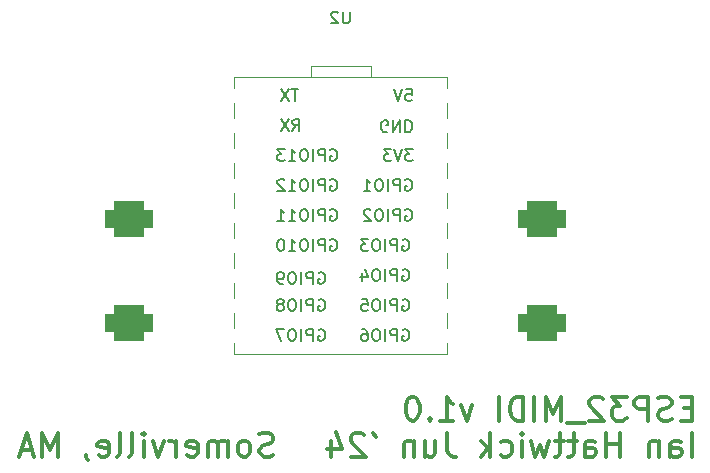
<source format=gbo>
G04 #@! TF.GenerationSoftware,KiCad,Pcbnew,7.0.5-0*
G04 #@! TF.CreationDate,2024-06-20T00:37:07-04:00*
G04 #@! TF.ProjectId,ESP32_MIDI,45535033-325f-44d4-9944-492e6b696361,rev?*
G04 #@! TF.SameCoordinates,Original*
G04 #@! TF.FileFunction,Legend,Bot*
G04 #@! TF.FilePolarity,Positive*
%FSLAX46Y46*%
G04 Gerber Fmt 4.6, Leading zero omitted, Abs format (unit mm)*
G04 Created by KiCad (PCBNEW 7.0.5-0) date 2024-06-20 00:37:07*
%MOMM*%
%LPD*%
G01*
G04 APERTURE LIST*
G04 Aperture macros list*
%AMRoundRect*
0 Rectangle with rounded corners*
0 $1 Rounding radius*
0 $2 $3 $4 $5 $6 $7 $8 $9 X,Y pos of 4 corners*
0 Add a 4 corners polygon primitive as box body*
4,1,4,$2,$3,$4,$5,$6,$7,$8,$9,$2,$3,0*
0 Add four circle primitives for the rounded corners*
1,1,$1+$1,$2,$3*
1,1,$1+$1,$4,$5*
1,1,$1+$1,$6,$7*
1,1,$1+$1,$8,$9*
0 Add four rect primitives between the rounded corners*
20,1,$1+$1,$2,$3,$4,$5,0*
20,1,$1+$1,$4,$5,$6,$7,0*
20,1,$1+$1,$6,$7,$8,$9,0*
20,1,$1+$1,$8,$9,$2,$3,0*%
%AMFreePoly0*
4,1,25,0.515063,3.095106,0.530902,3.095106,0.543715,3.085796,0.558779,3.080902,0.568088,3.068088,0.580902,3.058779,0.585796,3.043715,0.595106,3.030902,0.595106,3.015062,0.600000,3.000000,0.600000,-1.000000,-0.600000,-1.000000,-0.600000,3.000000,-0.595106,3.015062,-0.595106,3.030902,-0.585796,3.043715,-0.580902,3.058779,-0.568088,3.068088,-0.558779,3.080902,-0.543715,3.085796,
-0.530902,3.095106,-0.515063,3.095106,-0.500000,3.100000,0.500000,3.100000,0.515063,3.095106,0.515063,3.095106,$1*%
G04 Aperture macros list end*
%ADD10C,0.300000*%
%ADD11C,0.150000*%
%ADD12C,0.120000*%
%ADD13C,3.200000*%
%ADD14R,1.700000X1.700000*%
%ADD15O,1.700000X1.700000*%
%ADD16C,1.400000*%
%ADD17O,1.400000X1.400000*%
%ADD18R,1.800000X1.800000*%
%ADD19C,1.800000*%
%ADD20FreePoly0,270.000000*%
%ADD21FreePoly0,90.000000*%
%ADD22RoundRect,0.750000X1.250000X0.750000X-1.250000X0.750000X-1.250000X-0.750000X1.250000X-0.750000X0*%
%ADD23RoundRect,0.750000X-1.250000X-0.750000X1.250000X-0.750000X1.250000X0.750000X-1.250000X0.750000X0*%
G04 APERTURE END LIST*
D10*
X145217679Y-62128400D02*
X144931965Y-62223638D01*
X144931965Y-62223638D02*
X144455774Y-62223638D01*
X144455774Y-62223638D02*
X144265298Y-62128400D01*
X144265298Y-62128400D02*
X144170060Y-62033161D01*
X144170060Y-62033161D02*
X144074822Y-61842685D01*
X144074822Y-61842685D02*
X144074822Y-61652209D01*
X144074822Y-61652209D02*
X144170060Y-61461733D01*
X144170060Y-61461733D02*
X144265298Y-61366495D01*
X144265298Y-61366495D02*
X144455774Y-61271257D01*
X144455774Y-61271257D02*
X144836727Y-61176019D01*
X144836727Y-61176019D02*
X145027203Y-61080780D01*
X145027203Y-61080780D02*
X145122441Y-60985542D01*
X145122441Y-60985542D02*
X145217679Y-60795066D01*
X145217679Y-60795066D02*
X145217679Y-60604590D01*
X145217679Y-60604590D02*
X145122441Y-60414114D01*
X145122441Y-60414114D02*
X145027203Y-60318876D01*
X145027203Y-60318876D02*
X144836727Y-60223638D01*
X144836727Y-60223638D02*
X144360536Y-60223638D01*
X144360536Y-60223638D02*
X144074822Y-60318876D01*
X142931965Y-62223638D02*
X143122441Y-62128400D01*
X143122441Y-62128400D02*
X143217679Y-62033161D01*
X143217679Y-62033161D02*
X143312917Y-61842685D01*
X143312917Y-61842685D02*
X143312917Y-61271257D01*
X143312917Y-61271257D02*
X143217679Y-61080780D01*
X143217679Y-61080780D02*
X143122441Y-60985542D01*
X143122441Y-60985542D02*
X142931965Y-60890304D01*
X142931965Y-60890304D02*
X142646250Y-60890304D01*
X142646250Y-60890304D02*
X142455774Y-60985542D01*
X142455774Y-60985542D02*
X142360536Y-61080780D01*
X142360536Y-61080780D02*
X142265298Y-61271257D01*
X142265298Y-61271257D02*
X142265298Y-61842685D01*
X142265298Y-61842685D02*
X142360536Y-62033161D01*
X142360536Y-62033161D02*
X142455774Y-62128400D01*
X142455774Y-62128400D02*
X142646250Y-62223638D01*
X142646250Y-62223638D02*
X142931965Y-62223638D01*
X141408155Y-62223638D02*
X141408155Y-60890304D01*
X141408155Y-61080780D02*
X141312917Y-60985542D01*
X141312917Y-60985542D02*
X141122441Y-60890304D01*
X141122441Y-60890304D02*
X140836726Y-60890304D01*
X140836726Y-60890304D02*
X140646250Y-60985542D01*
X140646250Y-60985542D02*
X140551012Y-61176019D01*
X140551012Y-61176019D02*
X140551012Y-62223638D01*
X140551012Y-61176019D02*
X140455774Y-60985542D01*
X140455774Y-60985542D02*
X140265298Y-60890304D01*
X140265298Y-60890304D02*
X139979584Y-60890304D01*
X139979584Y-60890304D02*
X139789107Y-60985542D01*
X139789107Y-60985542D02*
X139693869Y-61176019D01*
X139693869Y-61176019D02*
X139693869Y-62223638D01*
X137979583Y-62128400D02*
X138170059Y-62223638D01*
X138170059Y-62223638D02*
X138551012Y-62223638D01*
X138551012Y-62223638D02*
X138741488Y-62128400D01*
X138741488Y-62128400D02*
X138836726Y-61937923D01*
X138836726Y-61937923D02*
X138836726Y-61176019D01*
X138836726Y-61176019D02*
X138741488Y-60985542D01*
X138741488Y-60985542D02*
X138551012Y-60890304D01*
X138551012Y-60890304D02*
X138170059Y-60890304D01*
X138170059Y-60890304D02*
X137979583Y-60985542D01*
X137979583Y-60985542D02*
X137884345Y-61176019D01*
X137884345Y-61176019D02*
X137884345Y-61366495D01*
X137884345Y-61366495D02*
X138836726Y-61556971D01*
X137027202Y-62223638D02*
X137027202Y-60890304D01*
X137027202Y-61271257D02*
X136931964Y-61080780D01*
X136931964Y-61080780D02*
X136836726Y-60985542D01*
X136836726Y-60985542D02*
X136646250Y-60890304D01*
X136646250Y-60890304D02*
X136455773Y-60890304D01*
X135979583Y-60890304D02*
X135503393Y-62223638D01*
X135503393Y-62223638D02*
X135027202Y-60890304D01*
X134265297Y-62223638D02*
X134265297Y-60890304D01*
X134265297Y-60223638D02*
X134360535Y-60318876D01*
X134360535Y-60318876D02*
X134265297Y-60414114D01*
X134265297Y-60414114D02*
X134170059Y-60318876D01*
X134170059Y-60318876D02*
X134265297Y-60223638D01*
X134265297Y-60223638D02*
X134265297Y-60414114D01*
X133027202Y-62223638D02*
X133217678Y-62128400D01*
X133217678Y-62128400D02*
X133312916Y-61937923D01*
X133312916Y-61937923D02*
X133312916Y-60223638D01*
X131979583Y-62223638D02*
X132170059Y-62128400D01*
X132170059Y-62128400D02*
X132265297Y-61937923D01*
X132265297Y-61937923D02*
X132265297Y-60223638D01*
X130455773Y-62128400D02*
X130646249Y-62223638D01*
X130646249Y-62223638D02*
X131027202Y-62223638D01*
X131027202Y-62223638D02*
X131217678Y-62128400D01*
X131217678Y-62128400D02*
X131312916Y-61937923D01*
X131312916Y-61937923D02*
X131312916Y-61176019D01*
X131312916Y-61176019D02*
X131217678Y-60985542D01*
X131217678Y-60985542D02*
X131027202Y-60890304D01*
X131027202Y-60890304D02*
X130646249Y-60890304D01*
X130646249Y-60890304D02*
X130455773Y-60985542D01*
X130455773Y-60985542D02*
X130360535Y-61176019D01*
X130360535Y-61176019D02*
X130360535Y-61366495D01*
X130360535Y-61366495D02*
X131312916Y-61556971D01*
X129408154Y-62128400D02*
X129408154Y-62223638D01*
X129408154Y-62223638D02*
X129503392Y-62414114D01*
X129503392Y-62414114D02*
X129598630Y-62509352D01*
X127027201Y-62223638D02*
X127027201Y-60223638D01*
X127027201Y-60223638D02*
X126360534Y-61652209D01*
X126360534Y-61652209D02*
X125693868Y-60223638D01*
X125693868Y-60223638D02*
X125693868Y-62223638D01*
X124836725Y-61652209D02*
X123884344Y-61652209D01*
X125027201Y-62223638D02*
X124360535Y-60223638D01*
X124360535Y-60223638D02*
X123693868Y-62223638D01*
X180682441Y-62223638D02*
X180682441Y-60223638D01*
X178872917Y-62223638D02*
X178872917Y-61176019D01*
X178872917Y-61176019D02*
X178968155Y-60985542D01*
X178968155Y-60985542D02*
X179158631Y-60890304D01*
X179158631Y-60890304D02*
X179539584Y-60890304D01*
X179539584Y-60890304D02*
X179730060Y-60985542D01*
X178872917Y-62128400D02*
X179063393Y-62223638D01*
X179063393Y-62223638D02*
X179539584Y-62223638D01*
X179539584Y-62223638D02*
X179730060Y-62128400D01*
X179730060Y-62128400D02*
X179825298Y-61937923D01*
X179825298Y-61937923D02*
X179825298Y-61747447D01*
X179825298Y-61747447D02*
X179730060Y-61556971D01*
X179730060Y-61556971D02*
X179539584Y-61461733D01*
X179539584Y-61461733D02*
X179063393Y-61461733D01*
X179063393Y-61461733D02*
X178872917Y-61366495D01*
X177920536Y-60890304D02*
X177920536Y-62223638D01*
X177920536Y-61080780D02*
X177825298Y-60985542D01*
X177825298Y-60985542D02*
X177634822Y-60890304D01*
X177634822Y-60890304D02*
X177349107Y-60890304D01*
X177349107Y-60890304D02*
X177158631Y-60985542D01*
X177158631Y-60985542D02*
X177063393Y-61176019D01*
X177063393Y-61176019D02*
X177063393Y-62223638D01*
X174587202Y-62223638D02*
X174587202Y-60223638D01*
X174587202Y-61176019D02*
X173444345Y-61176019D01*
X173444345Y-62223638D02*
X173444345Y-60223638D01*
X171634821Y-62223638D02*
X171634821Y-61176019D01*
X171634821Y-61176019D02*
X171730059Y-60985542D01*
X171730059Y-60985542D02*
X171920535Y-60890304D01*
X171920535Y-60890304D02*
X172301488Y-60890304D01*
X172301488Y-60890304D02*
X172491964Y-60985542D01*
X171634821Y-62128400D02*
X171825297Y-62223638D01*
X171825297Y-62223638D02*
X172301488Y-62223638D01*
X172301488Y-62223638D02*
X172491964Y-62128400D01*
X172491964Y-62128400D02*
X172587202Y-61937923D01*
X172587202Y-61937923D02*
X172587202Y-61747447D01*
X172587202Y-61747447D02*
X172491964Y-61556971D01*
X172491964Y-61556971D02*
X172301488Y-61461733D01*
X172301488Y-61461733D02*
X171825297Y-61461733D01*
X171825297Y-61461733D02*
X171634821Y-61366495D01*
X170968154Y-60890304D02*
X170206250Y-60890304D01*
X170682440Y-60223638D02*
X170682440Y-61937923D01*
X170682440Y-61937923D02*
X170587202Y-62128400D01*
X170587202Y-62128400D02*
X170396726Y-62223638D01*
X170396726Y-62223638D02*
X170206250Y-62223638D01*
X169825297Y-60890304D02*
X169063393Y-60890304D01*
X169539583Y-60223638D02*
X169539583Y-61937923D01*
X169539583Y-61937923D02*
X169444345Y-62128400D01*
X169444345Y-62128400D02*
X169253869Y-62223638D01*
X169253869Y-62223638D02*
X169063393Y-62223638D01*
X168587202Y-60890304D02*
X168206250Y-62223638D01*
X168206250Y-62223638D02*
X167825297Y-61271257D01*
X167825297Y-61271257D02*
X167444345Y-62223638D01*
X167444345Y-62223638D02*
X167063393Y-60890304D01*
X166301488Y-62223638D02*
X166301488Y-60890304D01*
X166301488Y-60223638D02*
X166396726Y-60318876D01*
X166396726Y-60318876D02*
X166301488Y-60414114D01*
X166301488Y-60414114D02*
X166206250Y-60318876D01*
X166206250Y-60318876D02*
X166301488Y-60223638D01*
X166301488Y-60223638D02*
X166301488Y-60414114D01*
X164491964Y-62128400D02*
X164682440Y-62223638D01*
X164682440Y-62223638D02*
X165063393Y-62223638D01*
X165063393Y-62223638D02*
X165253869Y-62128400D01*
X165253869Y-62128400D02*
X165349107Y-62033161D01*
X165349107Y-62033161D02*
X165444345Y-61842685D01*
X165444345Y-61842685D02*
X165444345Y-61271257D01*
X165444345Y-61271257D02*
X165349107Y-61080780D01*
X165349107Y-61080780D02*
X165253869Y-60985542D01*
X165253869Y-60985542D02*
X165063393Y-60890304D01*
X165063393Y-60890304D02*
X164682440Y-60890304D01*
X164682440Y-60890304D02*
X164491964Y-60985542D01*
X163634821Y-62223638D02*
X163634821Y-60223638D01*
X163444345Y-61461733D02*
X162872916Y-62223638D01*
X162872916Y-60890304D02*
X163634821Y-61652209D01*
X159920534Y-60223638D02*
X159920534Y-61652209D01*
X159920534Y-61652209D02*
X160015773Y-61937923D01*
X160015773Y-61937923D02*
X160206249Y-62128400D01*
X160206249Y-62128400D02*
X160491963Y-62223638D01*
X160491963Y-62223638D02*
X160682439Y-62223638D01*
X158111010Y-60890304D02*
X158111010Y-62223638D01*
X158968153Y-60890304D02*
X158968153Y-61937923D01*
X158968153Y-61937923D02*
X158872915Y-62128400D01*
X158872915Y-62128400D02*
X158682439Y-62223638D01*
X158682439Y-62223638D02*
X158396724Y-62223638D01*
X158396724Y-62223638D02*
X158206248Y-62128400D01*
X158206248Y-62128400D02*
X158111010Y-62033161D01*
X157158629Y-60890304D02*
X157158629Y-62223638D01*
X157158629Y-61080780D02*
X157063391Y-60985542D01*
X157063391Y-60985542D02*
X156872915Y-60890304D01*
X156872915Y-60890304D02*
X156587200Y-60890304D01*
X156587200Y-60890304D02*
X156396724Y-60985542D01*
X156396724Y-60985542D02*
X156301486Y-61176019D01*
X156301486Y-61176019D02*
X156301486Y-62223638D01*
X153730057Y-60223638D02*
X153920533Y-60604590D01*
X152968152Y-60414114D02*
X152872914Y-60318876D01*
X152872914Y-60318876D02*
X152682438Y-60223638D01*
X152682438Y-60223638D02*
X152206247Y-60223638D01*
X152206247Y-60223638D02*
X152015771Y-60318876D01*
X152015771Y-60318876D02*
X151920533Y-60414114D01*
X151920533Y-60414114D02*
X151825295Y-60604590D01*
X151825295Y-60604590D02*
X151825295Y-60795066D01*
X151825295Y-60795066D02*
X151920533Y-61080780D01*
X151920533Y-61080780D02*
X153063390Y-62223638D01*
X153063390Y-62223638D02*
X151825295Y-62223638D01*
X150111009Y-60890304D02*
X150111009Y-62223638D01*
X150587200Y-60128400D02*
X151063390Y-61556971D01*
X151063390Y-61556971D02*
X149825295Y-61556971D01*
X180682441Y-58128019D02*
X180015774Y-58128019D01*
X179730060Y-59175638D02*
X180682441Y-59175638D01*
X180682441Y-59175638D02*
X180682441Y-57175638D01*
X180682441Y-57175638D02*
X179730060Y-57175638D01*
X178968155Y-59080400D02*
X178682441Y-59175638D01*
X178682441Y-59175638D02*
X178206250Y-59175638D01*
X178206250Y-59175638D02*
X178015774Y-59080400D01*
X178015774Y-59080400D02*
X177920536Y-58985161D01*
X177920536Y-58985161D02*
X177825298Y-58794685D01*
X177825298Y-58794685D02*
X177825298Y-58604209D01*
X177825298Y-58604209D02*
X177920536Y-58413733D01*
X177920536Y-58413733D02*
X178015774Y-58318495D01*
X178015774Y-58318495D02*
X178206250Y-58223257D01*
X178206250Y-58223257D02*
X178587203Y-58128019D01*
X178587203Y-58128019D02*
X178777679Y-58032780D01*
X178777679Y-58032780D02*
X178872917Y-57937542D01*
X178872917Y-57937542D02*
X178968155Y-57747066D01*
X178968155Y-57747066D02*
X178968155Y-57556590D01*
X178968155Y-57556590D02*
X178872917Y-57366114D01*
X178872917Y-57366114D02*
X178777679Y-57270876D01*
X178777679Y-57270876D02*
X178587203Y-57175638D01*
X178587203Y-57175638D02*
X178111012Y-57175638D01*
X178111012Y-57175638D02*
X177825298Y-57270876D01*
X176968155Y-59175638D02*
X176968155Y-57175638D01*
X176968155Y-57175638D02*
X176206250Y-57175638D01*
X176206250Y-57175638D02*
X176015774Y-57270876D01*
X176015774Y-57270876D02*
X175920536Y-57366114D01*
X175920536Y-57366114D02*
X175825298Y-57556590D01*
X175825298Y-57556590D02*
X175825298Y-57842304D01*
X175825298Y-57842304D02*
X175920536Y-58032780D01*
X175920536Y-58032780D02*
X176015774Y-58128019D01*
X176015774Y-58128019D02*
X176206250Y-58223257D01*
X176206250Y-58223257D02*
X176968155Y-58223257D01*
X175158631Y-57175638D02*
X173920536Y-57175638D01*
X173920536Y-57175638D02*
X174587203Y-57937542D01*
X174587203Y-57937542D02*
X174301488Y-57937542D01*
X174301488Y-57937542D02*
X174111012Y-58032780D01*
X174111012Y-58032780D02*
X174015774Y-58128019D01*
X174015774Y-58128019D02*
X173920536Y-58318495D01*
X173920536Y-58318495D02*
X173920536Y-58794685D01*
X173920536Y-58794685D02*
X174015774Y-58985161D01*
X174015774Y-58985161D02*
X174111012Y-59080400D01*
X174111012Y-59080400D02*
X174301488Y-59175638D01*
X174301488Y-59175638D02*
X174872917Y-59175638D01*
X174872917Y-59175638D02*
X175063393Y-59080400D01*
X175063393Y-59080400D02*
X175158631Y-58985161D01*
X173158631Y-57366114D02*
X173063393Y-57270876D01*
X173063393Y-57270876D02*
X172872917Y-57175638D01*
X172872917Y-57175638D02*
X172396726Y-57175638D01*
X172396726Y-57175638D02*
X172206250Y-57270876D01*
X172206250Y-57270876D02*
X172111012Y-57366114D01*
X172111012Y-57366114D02*
X172015774Y-57556590D01*
X172015774Y-57556590D02*
X172015774Y-57747066D01*
X172015774Y-57747066D02*
X172111012Y-58032780D01*
X172111012Y-58032780D02*
X173253869Y-59175638D01*
X173253869Y-59175638D02*
X172015774Y-59175638D01*
X171634822Y-59366114D02*
X170111012Y-59366114D01*
X169634821Y-59175638D02*
X169634821Y-57175638D01*
X169634821Y-57175638D02*
X168968154Y-58604209D01*
X168968154Y-58604209D02*
X168301488Y-57175638D01*
X168301488Y-57175638D02*
X168301488Y-59175638D01*
X167349107Y-59175638D02*
X167349107Y-57175638D01*
X166396726Y-59175638D02*
X166396726Y-57175638D01*
X166396726Y-57175638D02*
X165920536Y-57175638D01*
X165920536Y-57175638D02*
X165634821Y-57270876D01*
X165634821Y-57270876D02*
X165444345Y-57461352D01*
X165444345Y-57461352D02*
X165349107Y-57651828D01*
X165349107Y-57651828D02*
X165253869Y-58032780D01*
X165253869Y-58032780D02*
X165253869Y-58318495D01*
X165253869Y-58318495D02*
X165349107Y-58699447D01*
X165349107Y-58699447D02*
X165444345Y-58889923D01*
X165444345Y-58889923D02*
X165634821Y-59080400D01*
X165634821Y-59080400D02*
X165920536Y-59175638D01*
X165920536Y-59175638D02*
X166396726Y-59175638D01*
X164396726Y-59175638D02*
X164396726Y-57175638D01*
X162111011Y-57842304D02*
X161634821Y-59175638D01*
X161634821Y-59175638D02*
X161158630Y-57842304D01*
X159349106Y-59175638D02*
X160491963Y-59175638D01*
X159920535Y-59175638D02*
X159920535Y-57175638D01*
X159920535Y-57175638D02*
X160111011Y-57461352D01*
X160111011Y-57461352D02*
X160301487Y-57651828D01*
X160301487Y-57651828D02*
X160491963Y-57747066D01*
X158491963Y-58985161D02*
X158396725Y-59080400D01*
X158396725Y-59080400D02*
X158491963Y-59175638D01*
X158491963Y-59175638D02*
X158587201Y-59080400D01*
X158587201Y-59080400D02*
X158491963Y-58985161D01*
X158491963Y-58985161D02*
X158491963Y-59175638D01*
X157158630Y-57175638D02*
X156968153Y-57175638D01*
X156968153Y-57175638D02*
X156777677Y-57270876D01*
X156777677Y-57270876D02*
X156682439Y-57366114D01*
X156682439Y-57366114D02*
X156587201Y-57556590D01*
X156587201Y-57556590D02*
X156491963Y-57937542D01*
X156491963Y-57937542D02*
X156491963Y-58413733D01*
X156491963Y-58413733D02*
X156587201Y-58794685D01*
X156587201Y-58794685D02*
X156682439Y-58985161D01*
X156682439Y-58985161D02*
X156777677Y-59080400D01*
X156777677Y-59080400D02*
X156968153Y-59175638D01*
X156968153Y-59175638D02*
X157158630Y-59175638D01*
X157158630Y-59175638D02*
X157349106Y-59080400D01*
X157349106Y-59080400D02*
X157444344Y-58985161D01*
X157444344Y-58985161D02*
X157539582Y-58794685D01*
X157539582Y-58794685D02*
X157634820Y-58413733D01*
X157634820Y-58413733D02*
X157634820Y-57937542D01*
X157634820Y-57937542D02*
X157539582Y-57556590D01*
X157539582Y-57556590D02*
X157444344Y-57366114D01*
X157444344Y-57366114D02*
X157349106Y-57270876D01*
X157349106Y-57270876D02*
X157158630Y-57175638D01*
D11*
X151703904Y-24542819D02*
X151703904Y-25352342D01*
X151703904Y-25352342D02*
X151656285Y-25447580D01*
X151656285Y-25447580D02*
X151608666Y-25495200D01*
X151608666Y-25495200D02*
X151513428Y-25542819D01*
X151513428Y-25542819D02*
X151322952Y-25542819D01*
X151322952Y-25542819D02*
X151227714Y-25495200D01*
X151227714Y-25495200D02*
X151180095Y-25447580D01*
X151180095Y-25447580D02*
X151132476Y-25352342D01*
X151132476Y-25352342D02*
X151132476Y-24542819D01*
X150703904Y-24638057D02*
X150656285Y-24590438D01*
X150656285Y-24590438D02*
X150561047Y-24542819D01*
X150561047Y-24542819D02*
X150322952Y-24542819D01*
X150322952Y-24542819D02*
X150227714Y-24590438D01*
X150227714Y-24590438D02*
X150180095Y-24638057D01*
X150180095Y-24638057D02*
X150132476Y-24733295D01*
X150132476Y-24733295D02*
X150132476Y-24828533D01*
X150132476Y-24828533D02*
X150180095Y-24971390D01*
X150180095Y-24971390D02*
X150751523Y-25542819D01*
X150751523Y-25542819D02*
X150132476Y-25542819D01*
X156201412Y-46410438D02*
X156296650Y-46362819D01*
X156296650Y-46362819D02*
X156439507Y-46362819D01*
X156439507Y-46362819D02*
X156582364Y-46410438D01*
X156582364Y-46410438D02*
X156677602Y-46505676D01*
X156677602Y-46505676D02*
X156725221Y-46600914D01*
X156725221Y-46600914D02*
X156772840Y-46791390D01*
X156772840Y-46791390D02*
X156772840Y-46934247D01*
X156772840Y-46934247D02*
X156725221Y-47124723D01*
X156725221Y-47124723D02*
X156677602Y-47219961D01*
X156677602Y-47219961D02*
X156582364Y-47315200D01*
X156582364Y-47315200D02*
X156439507Y-47362819D01*
X156439507Y-47362819D02*
X156344269Y-47362819D01*
X156344269Y-47362819D02*
X156201412Y-47315200D01*
X156201412Y-47315200D02*
X156153793Y-47267580D01*
X156153793Y-47267580D02*
X156153793Y-46934247D01*
X156153793Y-46934247D02*
X156344269Y-46934247D01*
X155725221Y-47362819D02*
X155725221Y-46362819D01*
X155725221Y-46362819D02*
X155344269Y-46362819D01*
X155344269Y-46362819D02*
X155249031Y-46410438D01*
X155249031Y-46410438D02*
X155201412Y-46458057D01*
X155201412Y-46458057D02*
X155153793Y-46553295D01*
X155153793Y-46553295D02*
X155153793Y-46696152D01*
X155153793Y-46696152D02*
X155201412Y-46791390D01*
X155201412Y-46791390D02*
X155249031Y-46839009D01*
X155249031Y-46839009D02*
X155344269Y-46886628D01*
X155344269Y-46886628D02*
X155725221Y-46886628D01*
X154725221Y-47362819D02*
X154725221Y-46362819D01*
X154058555Y-46362819D02*
X153868079Y-46362819D01*
X153868079Y-46362819D02*
X153772841Y-46410438D01*
X153772841Y-46410438D02*
X153677603Y-46505676D01*
X153677603Y-46505676D02*
X153629984Y-46696152D01*
X153629984Y-46696152D02*
X153629984Y-47029485D01*
X153629984Y-47029485D02*
X153677603Y-47219961D01*
X153677603Y-47219961D02*
X153772841Y-47315200D01*
X153772841Y-47315200D02*
X153868079Y-47362819D01*
X153868079Y-47362819D02*
X154058555Y-47362819D01*
X154058555Y-47362819D02*
X154153793Y-47315200D01*
X154153793Y-47315200D02*
X154249031Y-47219961D01*
X154249031Y-47219961D02*
X154296650Y-47029485D01*
X154296650Y-47029485D02*
X154296650Y-46696152D01*
X154296650Y-46696152D02*
X154249031Y-46505676D01*
X154249031Y-46505676D02*
X154153793Y-46410438D01*
X154153793Y-46410438D02*
X154058555Y-46362819D01*
X152772841Y-46696152D02*
X152772841Y-47362819D01*
X153010936Y-46315200D02*
X153249031Y-47029485D01*
X153249031Y-47029485D02*
X152629984Y-47029485D01*
X156201412Y-43870438D02*
X156296650Y-43822819D01*
X156296650Y-43822819D02*
X156439507Y-43822819D01*
X156439507Y-43822819D02*
X156582364Y-43870438D01*
X156582364Y-43870438D02*
X156677602Y-43965676D01*
X156677602Y-43965676D02*
X156725221Y-44060914D01*
X156725221Y-44060914D02*
X156772840Y-44251390D01*
X156772840Y-44251390D02*
X156772840Y-44394247D01*
X156772840Y-44394247D02*
X156725221Y-44584723D01*
X156725221Y-44584723D02*
X156677602Y-44679961D01*
X156677602Y-44679961D02*
X156582364Y-44775200D01*
X156582364Y-44775200D02*
X156439507Y-44822819D01*
X156439507Y-44822819D02*
X156344269Y-44822819D01*
X156344269Y-44822819D02*
X156201412Y-44775200D01*
X156201412Y-44775200D02*
X156153793Y-44727580D01*
X156153793Y-44727580D02*
X156153793Y-44394247D01*
X156153793Y-44394247D02*
X156344269Y-44394247D01*
X155725221Y-44822819D02*
X155725221Y-43822819D01*
X155725221Y-43822819D02*
X155344269Y-43822819D01*
X155344269Y-43822819D02*
X155249031Y-43870438D01*
X155249031Y-43870438D02*
X155201412Y-43918057D01*
X155201412Y-43918057D02*
X155153793Y-44013295D01*
X155153793Y-44013295D02*
X155153793Y-44156152D01*
X155153793Y-44156152D02*
X155201412Y-44251390D01*
X155201412Y-44251390D02*
X155249031Y-44299009D01*
X155249031Y-44299009D02*
X155344269Y-44346628D01*
X155344269Y-44346628D02*
X155725221Y-44346628D01*
X154725221Y-44822819D02*
X154725221Y-43822819D01*
X154058555Y-43822819D02*
X153868079Y-43822819D01*
X153868079Y-43822819D02*
X153772841Y-43870438D01*
X153772841Y-43870438D02*
X153677603Y-43965676D01*
X153677603Y-43965676D02*
X153629984Y-44156152D01*
X153629984Y-44156152D02*
X153629984Y-44489485D01*
X153629984Y-44489485D02*
X153677603Y-44679961D01*
X153677603Y-44679961D02*
X153772841Y-44775200D01*
X153772841Y-44775200D02*
X153868079Y-44822819D01*
X153868079Y-44822819D02*
X154058555Y-44822819D01*
X154058555Y-44822819D02*
X154153793Y-44775200D01*
X154153793Y-44775200D02*
X154249031Y-44679961D01*
X154249031Y-44679961D02*
X154296650Y-44489485D01*
X154296650Y-44489485D02*
X154296650Y-44156152D01*
X154296650Y-44156152D02*
X154249031Y-43965676D01*
X154249031Y-43965676D02*
X154153793Y-43870438D01*
X154153793Y-43870438D02*
X154058555Y-43822819D01*
X153296650Y-43822819D02*
X152677603Y-43822819D01*
X152677603Y-43822819D02*
X153010936Y-44203771D01*
X153010936Y-44203771D02*
X152868079Y-44203771D01*
X152868079Y-44203771D02*
X152772841Y-44251390D01*
X152772841Y-44251390D02*
X152725222Y-44299009D01*
X152725222Y-44299009D02*
X152677603Y-44394247D01*
X152677603Y-44394247D02*
X152677603Y-44632342D01*
X152677603Y-44632342D02*
X152725222Y-44727580D01*
X152725222Y-44727580D02*
X152772841Y-44775200D01*
X152772841Y-44775200D02*
X152868079Y-44822819D01*
X152868079Y-44822819D02*
X153153793Y-44822819D01*
X153153793Y-44822819D02*
X153249031Y-44775200D01*
X153249031Y-44775200D02*
X153296650Y-44727580D01*
X146873542Y-34662819D02*
X147206875Y-34186628D01*
X147444970Y-34662819D02*
X147444970Y-33662819D01*
X147444970Y-33662819D02*
X147064018Y-33662819D01*
X147064018Y-33662819D02*
X146968780Y-33710438D01*
X146968780Y-33710438D02*
X146921161Y-33758057D01*
X146921161Y-33758057D02*
X146873542Y-33853295D01*
X146873542Y-33853295D02*
X146873542Y-33996152D01*
X146873542Y-33996152D02*
X146921161Y-34091390D01*
X146921161Y-34091390D02*
X146968780Y-34139009D01*
X146968780Y-34139009D02*
X147064018Y-34186628D01*
X147064018Y-34186628D02*
X147444970Y-34186628D01*
X146540208Y-33662819D02*
X145873542Y-34662819D01*
X145873542Y-33662819D02*
X146540208Y-34662819D01*
X149081411Y-48950438D02*
X149176649Y-48902819D01*
X149176649Y-48902819D02*
X149319506Y-48902819D01*
X149319506Y-48902819D02*
X149462363Y-48950438D01*
X149462363Y-48950438D02*
X149557601Y-49045676D01*
X149557601Y-49045676D02*
X149605220Y-49140914D01*
X149605220Y-49140914D02*
X149652839Y-49331390D01*
X149652839Y-49331390D02*
X149652839Y-49474247D01*
X149652839Y-49474247D02*
X149605220Y-49664723D01*
X149605220Y-49664723D02*
X149557601Y-49759961D01*
X149557601Y-49759961D02*
X149462363Y-49855200D01*
X149462363Y-49855200D02*
X149319506Y-49902819D01*
X149319506Y-49902819D02*
X149224268Y-49902819D01*
X149224268Y-49902819D02*
X149081411Y-49855200D01*
X149081411Y-49855200D02*
X149033792Y-49807580D01*
X149033792Y-49807580D02*
X149033792Y-49474247D01*
X149033792Y-49474247D02*
X149224268Y-49474247D01*
X148605220Y-49902819D02*
X148605220Y-48902819D01*
X148605220Y-48902819D02*
X148224268Y-48902819D01*
X148224268Y-48902819D02*
X148129030Y-48950438D01*
X148129030Y-48950438D02*
X148081411Y-48998057D01*
X148081411Y-48998057D02*
X148033792Y-49093295D01*
X148033792Y-49093295D02*
X148033792Y-49236152D01*
X148033792Y-49236152D02*
X148081411Y-49331390D01*
X148081411Y-49331390D02*
X148129030Y-49379009D01*
X148129030Y-49379009D02*
X148224268Y-49426628D01*
X148224268Y-49426628D02*
X148605220Y-49426628D01*
X147605220Y-49902819D02*
X147605220Y-48902819D01*
X146938554Y-48902819D02*
X146748078Y-48902819D01*
X146748078Y-48902819D02*
X146652840Y-48950438D01*
X146652840Y-48950438D02*
X146557602Y-49045676D01*
X146557602Y-49045676D02*
X146509983Y-49236152D01*
X146509983Y-49236152D02*
X146509983Y-49569485D01*
X146509983Y-49569485D02*
X146557602Y-49759961D01*
X146557602Y-49759961D02*
X146652840Y-49855200D01*
X146652840Y-49855200D02*
X146748078Y-49902819D01*
X146748078Y-49902819D02*
X146938554Y-49902819D01*
X146938554Y-49902819D02*
X147033792Y-49855200D01*
X147033792Y-49855200D02*
X147129030Y-49759961D01*
X147129030Y-49759961D02*
X147176649Y-49569485D01*
X147176649Y-49569485D02*
X147176649Y-49236152D01*
X147176649Y-49236152D02*
X147129030Y-49045676D01*
X147129030Y-49045676D02*
X147033792Y-48950438D01*
X147033792Y-48950438D02*
X146938554Y-48902819D01*
X145938554Y-49331390D02*
X146033792Y-49283771D01*
X146033792Y-49283771D02*
X146081411Y-49236152D01*
X146081411Y-49236152D02*
X146129030Y-49140914D01*
X146129030Y-49140914D02*
X146129030Y-49093295D01*
X146129030Y-49093295D02*
X146081411Y-48998057D01*
X146081411Y-48998057D02*
X146033792Y-48950438D01*
X146033792Y-48950438D02*
X145938554Y-48902819D01*
X145938554Y-48902819D02*
X145748078Y-48902819D01*
X145748078Y-48902819D02*
X145652840Y-48950438D01*
X145652840Y-48950438D02*
X145605221Y-48998057D01*
X145605221Y-48998057D02*
X145557602Y-49093295D01*
X145557602Y-49093295D02*
X145557602Y-49140914D01*
X145557602Y-49140914D02*
X145605221Y-49236152D01*
X145605221Y-49236152D02*
X145652840Y-49283771D01*
X145652840Y-49283771D02*
X145748078Y-49331390D01*
X145748078Y-49331390D02*
X145938554Y-49331390D01*
X145938554Y-49331390D02*
X146033792Y-49379009D01*
X146033792Y-49379009D02*
X146081411Y-49426628D01*
X146081411Y-49426628D02*
X146129030Y-49521866D01*
X146129030Y-49521866D02*
X146129030Y-49712342D01*
X146129030Y-49712342D02*
X146081411Y-49807580D01*
X146081411Y-49807580D02*
X146033792Y-49855200D01*
X146033792Y-49855200D02*
X145938554Y-49902819D01*
X145938554Y-49902819D02*
X145748078Y-49902819D01*
X145748078Y-49902819D02*
X145652840Y-49855200D01*
X145652840Y-49855200D02*
X145605221Y-49807580D01*
X145605221Y-49807580D02*
X145557602Y-49712342D01*
X145557602Y-49712342D02*
X145557602Y-49521866D01*
X145557602Y-49521866D02*
X145605221Y-49426628D01*
X145605221Y-49426628D02*
X145652840Y-49379009D01*
X145652840Y-49379009D02*
X145748078Y-49331390D01*
X157050458Y-36202819D02*
X156431411Y-36202819D01*
X156431411Y-36202819D02*
X156764744Y-36583771D01*
X156764744Y-36583771D02*
X156621887Y-36583771D01*
X156621887Y-36583771D02*
X156526649Y-36631390D01*
X156526649Y-36631390D02*
X156479030Y-36679009D01*
X156479030Y-36679009D02*
X156431411Y-36774247D01*
X156431411Y-36774247D02*
X156431411Y-37012342D01*
X156431411Y-37012342D02*
X156479030Y-37107580D01*
X156479030Y-37107580D02*
X156526649Y-37155200D01*
X156526649Y-37155200D02*
X156621887Y-37202819D01*
X156621887Y-37202819D02*
X156907601Y-37202819D01*
X156907601Y-37202819D02*
X157002839Y-37155200D01*
X157002839Y-37155200D02*
X157050458Y-37107580D01*
X156145696Y-36202819D02*
X155812363Y-37202819D01*
X155812363Y-37202819D02*
X155479030Y-36202819D01*
X155240934Y-36202819D02*
X154621887Y-36202819D01*
X154621887Y-36202819D02*
X154955220Y-36583771D01*
X154955220Y-36583771D02*
X154812363Y-36583771D01*
X154812363Y-36583771D02*
X154717125Y-36631390D01*
X154717125Y-36631390D02*
X154669506Y-36679009D01*
X154669506Y-36679009D02*
X154621887Y-36774247D01*
X154621887Y-36774247D02*
X154621887Y-37012342D01*
X154621887Y-37012342D02*
X154669506Y-37107580D01*
X154669506Y-37107580D02*
X154717125Y-37155200D01*
X154717125Y-37155200D02*
X154812363Y-37202819D01*
X154812363Y-37202819D02*
X155098077Y-37202819D01*
X155098077Y-37202819D02*
X155193315Y-37155200D01*
X155193315Y-37155200D02*
X155240934Y-37107580D01*
X149081411Y-46640437D02*
X149176649Y-46592818D01*
X149176649Y-46592818D02*
X149319506Y-46592818D01*
X149319506Y-46592818D02*
X149462363Y-46640437D01*
X149462363Y-46640437D02*
X149557601Y-46735675D01*
X149557601Y-46735675D02*
X149605220Y-46830913D01*
X149605220Y-46830913D02*
X149652839Y-47021389D01*
X149652839Y-47021389D02*
X149652839Y-47164246D01*
X149652839Y-47164246D02*
X149605220Y-47354722D01*
X149605220Y-47354722D02*
X149557601Y-47449960D01*
X149557601Y-47449960D02*
X149462363Y-47545199D01*
X149462363Y-47545199D02*
X149319506Y-47592818D01*
X149319506Y-47592818D02*
X149224268Y-47592818D01*
X149224268Y-47592818D02*
X149081411Y-47545199D01*
X149081411Y-47545199D02*
X149033792Y-47497579D01*
X149033792Y-47497579D02*
X149033792Y-47164246D01*
X149033792Y-47164246D02*
X149224268Y-47164246D01*
X148605220Y-47592818D02*
X148605220Y-46592818D01*
X148605220Y-46592818D02*
X148224268Y-46592818D01*
X148224268Y-46592818D02*
X148129030Y-46640437D01*
X148129030Y-46640437D02*
X148081411Y-46688056D01*
X148081411Y-46688056D02*
X148033792Y-46783294D01*
X148033792Y-46783294D02*
X148033792Y-46926151D01*
X148033792Y-46926151D02*
X148081411Y-47021389D01*
X148081411Y-47021389D02*
X148129030Y-47069008D01*
X148129030Y-47069008D02*
X148224268Y-47116627D01*
X148224268Y-47116627D02*
X148605220Y-47116627D01*
X147605220Y-47592818D02*
X147605220Y-46592818D01*
X146938554Y-46592818D02*
X146748078Y-46592818D01*
X146748078Y-46592818D02*
X146652840Y-46640437D01*
X146652840Y-46640437D02*
X146557602Y-46735675D01*
X146557602Y-46735675D02*
X146509983Y-46926151D01*
X146509983Y-46926151D02*
X146509983Y-47259484D01*
X146509983Y-47259484D02*
X146557602Y-47449960D01*
X146557602Y-47449960D02*
X146652840Y-47545199D01*
X146652840Y-47545199D02*
X146748078Y-47592818D01*
X146748078Y-47592818D02*
X146938554Y-47592818D01*
X146938554Y-47592818D02*
X147033792Y-47545199D01*
X147033792Y-47545199D02*
X147129030Y-47449960D01*
X147129030Y-47449960D02*
X147176649Y-47259484D01*
X147176649Y-47259484D02*
X147176649Y-46926151D01*
X147176649Y-46926151D02*
X147129030Y-46735675D01*
X147129030Y-46735675D02*
X147033792Y-46640437D01*
X147033792Y-46640437D02*
X146938554Y-46592818D01*
X146033792Y-47592818D02*
X145843316Y-47592818D01*
X145843316Y-47592818D02*
X145748078Y-47545199D01*
X145748078Y-47545199D02*
X145700459Y-47497579D01*
X145700459Y-47497579D02*
X145605221Y-47354722D01*
X145605221Y-47354722D02*
X145557602Y-47164246D01*
X145557602Y-47164246D02*
X145557602Y-46783294D01*
X145557602Y-46783294D02*
X145605221Y-46688056D01*
X145605221Y-46688056D02*
X145652840Y-46640437D01*
X145652840Y-46640437D02*
X145748078Y-46592818D01*
X145748078Y-46592818D02*
X145938554Y-46592818D01*
X145938554Y-46592818D02*
X146033792Y-46640437D01*
X146033792Y-46640437D02*
X146081411Y-46688056D01*
X146081411Y-46688056D02*
X146129030Y-46783294D01*
X146129030Y-46783294D02*
X146129030Y-47021389D01*
X146129030Y-47021389D02*
X146081411Y-47116627D01*
X146081411Y-47116627D02*
X146033792Y-47164246D01*
X146033792Y-47164246D02*
X145938554Y-47211865D01*
X145938554Y-47211865D02*
X145748078Y-47211865D01*
X145748078Y-47211865D02*
X145652840Y-47164246D01*
X145652840Y-47164246D02*
X145605221Y-47116627D01*
X145605221Y-47116627D02*
X145557602Y-47021389D01*
X147349732Y-31122819D02*
X146778304Y-31122819D01*
X147064018Y-32122819D02*
X147064018Y-31122819D01*
X146540208Y-31122819D02*
X145873542Y-32122819D01*
X145873542Y-31122819D02*
X146540208Y-32122819D01*
X154907601Y-34705561D02*
X154812363Y-34753180D01*
X154812363Y-34753180D02*
X154669506Y-34753180D01*
X154669506Y-34753180D02*
X154526649Y-34705561D01*
X154526649Y-34705561D02*
X154431411Y-34610323D01*
X154431411Y-34610323D02*
X154383792Y-34515085D01*
X154383792Y-34515085D02*
X154336173Y-34324609D01*
X154336173Y-34324609D02*
X154336173Y-34181752D01*
X154336173Y-34181752D02*
X154383792Y-33991276D01*
X154383792Y-33991276D02*
X154431411Y-33896038D01*
X154431411Y-33896038D02*
X154526649Y-33800800D01*
X154526649Y-33800800D02*
X154669506Y-33753180D01*
X154669506Y-33753180D02*
X154764744Y-33753180D01*
X154764744Y-33753180D02*
X154907601Y-33800800D01*
X154907601Y-33800800D02*
X154955220Y-33848419D01*
X154955220Y-33848419D02*
X154955220Y-34181752D01*
X154955220Y-34181752D02*
X154764744Y-34181752D01*
X155383792Y-33753180D02*
X155383792Y-34753180D01*
X155383792Y-34753180D02*
X155955220Y-33753180D01*
X155955220Y-33753180D02*
X155955220Y-34753180D01*
X156431411Y-33753180D02*
X156431411Y-34753180D01*
X156431411Y-34753180D02*
X156669506Y-34753180D01*
X156669506Y-34753180D02*
X156812363Y-34705561D01*
X156812363Y-34705561D02*
X156907601Y-34610323D01*
X156907601Y-34610323D02*
X156955220Y-34515085D01*
X156955220Y-34515085D02*
X157002839Y-34324609D01*
X157002839Y-34324609D02*
X157002839Y-34181752D01*
X157002839Y-34181752D02*
X156955220Y-33991276D01*
X156955220Y-33991276D02*
X156907601Y-33896038D01*
X156907601Y-33896038D02*
X156812363Y-33800800D01*
X156812363Y-33800800D02*
X156669506Y-33753180D01*
X156669506Y-33753180D02*
X156431411Y-33753180D01*
X150081411Y-41330438D02*
X150176649Y-41282819D01*
X150176649Y-41282819D02*
X150319506Y-41282819D01*
X150319506Y-41282819D02*
X150462363Y-41330438D01*
X150462363Y-41330438D02*
X150557601Y-41425676D01*
X150557601Y-41425676D02*
X150605220Y-41520914D01*
X150605220Y-41520914D02*
X150652839Y-41711390D01*
X150652839Y-41711390D02*
X150652839Y-41854247D01*
X150652839Y-41854247D02*
X150605220Y-42044723D01*
X150605220Y-42044723D02*
X150557601Y-42139961D01*
X150557601Y-42139961D02*
X150462363Y-42235200D01*
X150462363Y-42235200D02*
X150319506Y-42282819D01*
X150319506Y-42282819D02*
X150224268Y-42282819D01*
X150224268Y-42282819D02*
X150081411Y-42235200D01*
X150081411Y-42235200D02*
X150033792Y-42187580D01*
X150033792Y-42187580D02*
X150033792Y-41854247D01*
X150033792Y-41854247D02*
X150224268Y-41854247D01*
X149605220Y-42282819D02*
X149605220Y-41282819D01*
X149605220Y-41282819D02*
X149224268Y-41282819D01*
X149224268Y-41282819D02*
X149129030Y-41330438D01*
X149129030Y-41330438D02*
X149081411Y-41378057D01*
X149081411Y-41378057D02*
X149033792Y-41473295D01*
X149033792Y-41473295D02*
X149033792Y-41616152D01*
X149033792Y-41616152D02*
X149081411Y-41711390D01*
X149081411Y-41711390D02*
X149129030Y-41759009D01*
X149129030Y-41759009D02*
X149224268Y-41806628D01*
X149224268Y-41806628D02*
X149605220Y-41806628D01*
X148605220Y-42282819D02*
X148605220Y-41282819D01*
X147938554Y-41282819D02*
X147748078Y-41282819D01*
X147748078Y-41282819D02*
X147652840Y-41330438D01*
X147652840Y-41330438D02*
X147557602Y-41425676D01*
X147557602Y-41425676D02*
X147509983Y-41616152D01*
X147509983Y-41616152D02*
X147509983Y-41949485D01*
X147509983Y-41949485D02*
X147557602Y-42139961D01*
X147557602Y-42139961D02*
X147652840Y-42235200D01*
X147652840Y-42235200D02*
X147748078Y-42282819D01*
X147748078Y-42282819D02*
X147938554Y-42282819D01*
X147938554Y-42282819D02*
X148033792Y-42235200D01*
X148033792Y-42235200D02*
X148129030Y-42139961D01*
X148129030Y-42139961D02*
X148176649Y-41949485D01*
X148176649Y-41949485D02*
X148176649Y-41616152D01*
X148176649Y-41616152D02*
X148129030Y-41425676D01*
X148129030Y-41425676D02*
X148033792Y-41330438D01*
X148033792Y-41330438D02*
X147938554Y-41282819D01*
X146557602Y-42282819D02*
X147129030Y-42282819D01*
X146843316Y-42282819D02*
X146843316Y-41282819D01*
X146843316Y-41282819D02*
X146938554Y-41425676D01*
X146938554Y-41425676D02*
X147033792Y-41520914D01*
X147033792Y-41520914D02*
X147129030Y-41568533D01*
X145605221Y-42282819D02*
X146176649Y-42282819D01*
X145890935Y-42282819D02*
X145890935Y-41282819D01*
X145890935Y-41282819D02*
X145986173Y-41425676D01*
X145986173Y-41425676D02*
X146081411Y-41520914D01*
X146081411Y-41520914D02*
X146176649Y-41568533D01*
X156431411Y-41330438D02*
X156526649Y-41282819D01*
X156526649Y-41282819D02*
X156669506Y-41282819D01*
X156669506Y-41282819D02*
X156812363Y-41330438D01*
X156812363Y-41330438D02*
X156907601Y-41425676D01*
X156907601Y-41425676D02*
X156955220Y-41520914D01*
X156955220Y-41520914D02*
X157002839Y-41711390D01*
X157002839Y-41711390D02*
X157002839Y-41854247D01*
X157002839Y-41854247D02*
X156955220Y-42044723D01*
X156955220Y-42044723D02*
X156907601Y-42139961D01*
X156907601Y-42139961D02*
X156812363Y-42235200D01*
X156812363Y-42235200D02*
X156669506Y-42282819D01*
X156669506Y-42282819D02*
X156574268Y-42282819D01*
X156574268Y-42282819D02*
X156431411Y-42235200D01*
X156431411Y-42235200D02*
X156383792Y-42187580D01*
X156383792Y-42187580D02*
X156383792Y-41854247D01*
X156383792Y-41854247D02*
X156574268Y-41854247D01*
X155955220Y-42282819D02*
X155955220Y-41282819D01*
X155955220Y-41282819D02*
X155574268Y-41282819D01*
X155574268Y-41282819D02*
X155479030Y-41330438D01*
X155479030Y-41330438D02*
X155431411Y-41378057D01*
X155431411Y-41378057D02*
X155383792Y-41473295D01*
X155383792Y-41473295D02*
X155383792Y-41616152D01*
X155383792Y-41616152D02*
X155431411Y-41711390D01*
X155431411Y-41711390D02*
X155479030Y-41759009D01*
X155479030Y-41759009D02*
X155574268Y-41806628D01*
X155574268Y-41806628D02*
X155955220Y-41806628D01*
X154955220Y-42282819D02*
X154955220Y-41282819D01*
X154288554Y-41282819D02*
X154098078Y-41282819D01*
X154098078Y-41282819D02*
X154002840Y-41330438D01*
X154002840Y-41330438D02*
X153907602Y-41425676D01*
X153907602Y-41425676D02*
X153859983Y-41616152D01*
X153859983Y-41616152D02*
X153859983Y-41949485D01*
X153859983Y-41949485D02*
X153907602Y-42139961D01*
X153907602Y-42139961D02*
X154002840Y-42235200D01*
X154002840Y-42235200D02*
X154098078Y-42282819D01*
X154098078Y-42282819D02*
X154288554Y-42282819D01*
X154288554Y-42282819D02*
X154383792Y-42235200D01*
X154383792Y-42235200D02*
X154479030Y-42139961D01*
X154479030Y-42139961D02*
X154526649Y-41949485D01*
X154526649Y-41949485D02*
X154526649Y-41616152D01*
X154526649Y-41616152D02*
X154479030Y-41425676D01*
X154479030Y-41425676D02*
X154383792Y-41330438D01*
X154383792Y-41330438D02*
X154288554Y-41282819D01*
X153479030Y-41378057D02*
X153431411Y-41330438D01*
X153431411Y-41330438D02*
X153336173Y-41282819D01*
X153336173Y-41282819D02*
X153098078Y-41282819D01*
X153098078Y-41282819D02*
X153002840Y-41330438D01*
X153002840Y-41330438D02*
X152955221Y-41378057D01*
X152955221Y-41378057D02*
X152907602Y-41473295D01*
X152907602Y-41473295D02*
X152907602Y-41568533D01*
X152907602Y-41568533D02*
X152955221Y-41711390D01*
X152955221Y-41711390D02*
X153526649Y-42282819D01*
X153526649Y-42282819D02*
X152907602Y-42282819D01*
X156479030Y-31122819D02*
X156955220Y-31122819D01*
X156955220Y-31122819D02*
X157002839Y-31599009D01*
X157002839Y-31599009D02*
X156955220Y-31551390D01*
X156955220Y-31551390D02*
X156859982Y-31503771D01*
X156859982Y-31503771D02*
X156621887Y-31503771D01*
X156621887Y-31503771D02*
X156526649Y-31551390D01*
X156526649Y-31551390D02*
X156479030Y-31599009D01*
X156479030Y-31599009D02*
X156431411Y-31694247D01*
X156431411Y-31694247D02*
X156431411Y-31932342D01*
X156431411Y-31932342D02*
X156479030Y-32027580D01*
X156479030Y-32027580D02*
X156526649Y-32075200D01*
X156526649Y-32075200D02*
X156621887Y-32122819D01*
X156621887Y-32122819D02*
X156859982Y-32122819D01*
X156859982Y-32122819D02*
X156955220Y-32075200D01*
X156955220Y-32075200D02*
X157002839Y-32027580D01*
X156145696Y-31122819D02*
X155812363Y-32122819D01*
X155812363Y-32122819D02*
X155479030Y-31122819D01*
X156201412Y-51490438D02*
X156296650Y-51442819D01*
X156296650Y-51442819D02*
X156439507Y-51442819D01*
X156439507Y-51442819D02*
X156582364Y-51490438D01*
X156582364Y-51490438D02*
X156677602Y-51585676D01*
X156677602Y-51585676D02*
X156725221Y-51680914D01*
X156725221Y-51680914D02*
X156772840Y-51871390D01*
X156772840Y-51871390D02*
X156772840Y-52014247D01*
X156772840Y-52014247D02*
X156725221Y-52204723D01*
X156725221Y-52204723D02*
X156677602Y-52299961D01*
X156677602Y-52299961D02*
X156582364Y-52395200D01*
X156582364Y-52395200D02*
X156439507Y-52442819D01*
X156439507Y-52442819D02*
X156344269Y-52442819D01*
X156344269Y-52442819D02*
X156201412Y-52395200D01*
X156201412Y-52395200D02*
X156153793Y-52347580D01*
X156153793Y-52347580D02*
X156153793Y-52014247D01*
X156153793Y-52014247D02*
X156344269Y-52014247D01*
X155725221Y-52442819D02*
X155725221Y-51442819D01*
X155725221Y-51442819D02*
X155344269Y-51442819D01*
X155344269Y-51442819D02*
X155249031Y-51490438D01*
X155249031Y-51490438D02*
X155201412Y-51538057D01*
X155201412Y-51538057D02*
X155153793Y-51633295D01*
X155153793Y-51633295D02*
X155153793Y-51776152D01*
X155153793Y-51776152D02*
X155201412Y-51871390D01*
X155201412Y-51871390D02*
X155249031Y-51919009D01*
X155249031Y-51919009D02*
X155344269Y-51966628D01*
X155344269Y-51966628D02*
X155725221Y-51966628D01*
X154725221Y-52442819D02*
X154725221Y-51442819D01*
X154058555Y-51442819D02*
X153868079Y-51442819D01*
X153868079Y-51442819D02*
X153772841Y-51490438D01*
X153772841Y-51490438D02*
X153677603Y-51585676D01*
X153677603Y-51585676D02*
X153629984Y-51776152D01*
X153629984Y-51776152D02*
X153629984Y-52109485D01*
X153629984Y-52109485D02*
X153677603Y-52299961D01*
X153677603Y-52299961D02*
X153772841Y-52395200D01*
X153772841Y-52395200D02*
X153868079Y-52442819D01*
X153868079Y-52442819D02*
X154058555Y-52442819D01*
X154058555Y-52442819D02*
X154153793Y-52395200D01*
X154153793Y-52395200D02*
X154249031Y-52299961D01*
X154249031Y-52299961D02*
X154296650Y-52109485D01*
X154296650Y-52109485D02*
X154296650Y-51776152D01*
X154296650Y-51776152D02*
X154249031Y-51585676D01*
X154249031Y-51585676D02*
X154153793Y-51490438D01*
X154153793Y-51490438D02*
X154058555Y-51442819D01*
X152772841Y-51442819D02*
X152963317Y-51442819D01*
X152963317Y-51442819D02*
X153058555Y-51490438D01*
X153058555Y-51490438D02*
X153106174Y-51538057D01*
X153106174Y-51538057D02*
X153201412Y-51680914D01*
X153201412Y-51680914D02*
X153249031Y-51871390D01*
X153249031Y-51871390D02*
X153249031Y-52252342D01*
X153249031Y-52252342D02*
X153201412Y-52347580D01*
X153201412Y-52347580D02*
X153153793Y-52395200D01*
X153153793Y-52395200D02*
X153058555Y-52442819D01*
X153058555Y-52442819D02*
X152868079Y-52442819D01*
X152868079Y-52442819D02*
X152772841Y-52395200D01*
X152772841Y-52395200D02*
X152725222Y-52347580D01*
X152725222Y-52347580D02*
X152677603Y-52252342D01*
X152677603Y-52252342D02*
X152677603Y-52014247D01*
X152677603Y-52014247D02*
X152725222Y-51919009D01*
X152725222Y-51919009D02*
X152772841Y-51871390D01*
X152772841Y-51871390D02*
X152868079Y-51823771D01*
X152868079Y-51823771D02*
X153058555Y-51823771D01*
X153058555Y-51823771D02*
X153153793Y-51871390D01*
X153153793Y-51871390D02*
X153201412Y-51919009D01*
X153201412Y-51919009D02*
X153249031Y-52014247D01*
X150081411Y-36250438D02*
X150176649Y-36202819D01*
X150176649Y-36202819D02*
X150319506Y-36202819D01*
X150319506Y-36202819D02*
X150462363Y-36250438D01*
X150462363Y-36250438D02*
X150557601Y-36345676D01*
X150557601Y-36345676D02*
X150605220Y-36440914D01*
X150605220Y-36440914D02*
X150652839Y-36631390D01*
X150652839Y-36631390D02*
X150652839Y-36774247D01*
X150652839Y-36774247D02*
X150605220Y-36964723D01*
X150605220Y-36964723D02*
X150557601Y-37059961D01*
X150557601Y-37059961D02*
X150462363Y-37155200D01*
X150462363Y-37155200D02*
X150319506Y-37202819D01*
X150319506Y-37202819D02*
X150224268Y-37202819D01*
X150224268Y-37202819D02*
X150081411Y-37155200D01*
X150081411Y-37155200D02*
X150033792Y-37107580D01*
X150033792Y-37107580D02*
X150033792Y-36774247D01*
X150033792Y-36774247D02*
X150224268Y-36774247D01*
X149605220Y-37202819D02*
X149605220Y-36202819D01*
X149605220Y-36202819D02*
X149224268Y-36202819D01*
X149224268Y-36202819D02*
X149129030Y-36250438D01*
X149129030Y-36250438D02*
X149081411Y-36298057D01*
X149081411Y-36298057D02*
X149033792Y-36393295D01*
X149033792Y-36393295D02*
X149033792Y-36536152D01*
X149033792Y-36536152D02*
X149081411Y-36631390D01*
X149081411Y-36631390D02*
X149129030Y-36679009D01*
X149129030Y-36679009D02*
X149224268Y-36726628D01*
X149224268Y-36726628D02*
X149605220Y-36726628D01*
X148605220Y-37202819D02*
X148605220Y-36202819D01*
X147938554Y-36202819D02*
X147748078Y-36202819D01*
X147748078Y-36202819D02*
X147652840Y-36250438D01*
X147652840Y-36250438D02*
X147557602Y-36345676D01*
X147557602Y-36345676D02*
X147509983Y-36536152D01*
X147509983Y-36536152D02*
X147509983Y-36869485D01*
X147509983Y-36869485D02*
X147557602Y-37059961D01*
X147557602Y-37059961D02*
X147652840Y-37155200D01*
X147652840Y-37155200D02*
X147748078Y-37202819D01*
X147748078Y-37202819D02*
X147938554Y-37202819D01*
X147938554Y-37202819D02*
X148033792Y-37155200D01*
X148033792Y-37155200D02*
X148129030Y-37059961D01*
X148129030Y-37059961D02*
X148176649Y-36869485D01*
X148176649Y-36869485D02*
X148176649Y-36536152D01*
X148176649Y-36536152D02*
X148129030Y-36345676D01*
X148129030Y-36345676D02*
X148033792Y-36250438D01*
X148033792Y-36250438D02*
X147938554Y-36202819D01*
X146557602Y-37202819D02*
X147129030Y-37202819D01*
X146843316Y-37202819D02*
X146843316Y-36202819D01*
X146843316Y-36202819D02*
X146938554Y-36345676D01*
X146938554Y-36345676D02*
X147033792Y-36440914D01*
X147033792Y-36440914D02*
X147129030Y-36488533D01*
X146224268Y-36202819D02*
X145605221Y-36202819D01*
X145605221Y-36202819D02*
X145938554Y-36583771D01*
X145938554Y-36583771D02*
X145795697Y-36583771D01*
X145795697Y-36583771D02*
X145700459Y-36631390D01*
X145700459Y-36631390D02*
X145652840Y-36679009D01*
X145652840Y-36679009D02*
X145605221Y-36774247D01*
X145605221Y-36774247D02*
X145605221Y-37012342D01*
X145605221Y-37012342D02*
X145652840Y-37107580D01*
X145652840Y-37107580D02*
X145700459Y-37155200D01*
X145700459Y-37155200D02*
X145795697Y-37202819D01*
X145795697Y-37202819D02*
X146081411Y-37202819D01*
X146081411Y-37202819D02*
X146176649Y-37155200D01*
X146176649Y-37155200D02*
X146224268Y-37107580D01*
X156431411Y-38790438D02*
X156526649Y-38742819D01*
X156526649Y-38742819D02*
X156669506Y-38742819D01*
X156669506Y-38742819D02*
X156812363Y-38790438D01*
X156812363Y-38790438D02*
X156907601Y-38885676D01*
X156907601Y-38885676D02*
X156955220Y-38980914D01*
X156955220Y-38980914D02*
X157002839Y-39171390D01*
X157002839Y-39171390D02*
X157002839Y-39314247D01*
X157002839Y-39314247D02*
X156955220Y-39504723D01*
X156955220Y-39504723D02*
X156907601Y-39599961D01*
X156907601Y-39599961D02*
X156812363Y-39695200D01*
X156812363Y-39695200D02*
X156669506Y-39742819D01*
X156669506Y-39742819D02*
X156574268Y-39742819D01*
X156574268Y-39742819D02*
X156431411Y-39695200D01*
X156431411Y-39695200D02*
X156383792Y-39647580D01*
X156383792Y-39647580D02*
X156383792Y-39314247D01*
X156383792Y-39314247D02*
X156574268Y-39314247D01*
X155955220Y-39742819D02*
X155955220Y-38742819D01*
X155955220Y-38742819D02*
X155574268Y-38742819D01*
X155574268Y-38742819D02*
X155479030Y-38790438D01*
X155479030Y-38790438D02*
X155431411Y-38838057D01*
X155431411Y-38838057D02*
X155383792Y-38933295D01*
X155383792Y-38933295D02*
X155383792Y-39076152D01*
X155383792Y-39076152D02*
X155431411Y-39171390D01*
X155431411Y-39171390D02*
X155479030Y-39219009D01*
X155479030Y-39219009D02*
X155574268Y-39266628D01*
X155574268Y-39266628D02*
X155955220Y-39266628D01*
X154955220Y-39742819D02*
X154955220Y-38742819D01*
X154288554Y-38742819D02*
X154098078Y-38742819D01*
X154098078Y-38742819D02*
X154002840Y-38790438D01*
X154002840Y-38790438D02*
X153907602Y-38885676D01*
X153907602Y-38885676D02*
X153859983Y-39076152D01*
X153859983Y-39076152D02*
X153859983Y-39409485D01*
X153859983Y-39409485D02*
X153907602Y-39599961D01*
X153907602Y-39599961D02*
X154002840Y-39695200D01*
X154002840Y-39695200D02*
X154098078Y-39742819D01*
X154098078Y-39742819D02*
X154288554Y-39742819D01*
X154288554Y-39742819D02*
X154383792Y-39695200D01*
X154383792Y-39695200D02*
X154479030Y-39599961D01*
X154479030Y-39599961D02*
X154526649Y-39409485D01*
X154526649Y-39409485D02*
X154526649Y-39076152D01*
X154526649Y-39076152D02*
X154479030Y-38885676D01*
X154479030Y-38885676D02*
X154383792Y-38790438D01*
X154383792Y-38790438D02*
X154288554Y-38742819D01*
X152907602Y-39742819D02*
X153479030Y-39742819D01*
X153193316Y-39742819D02*
X153193316Y-38742819D01*
X153193316Y-38742819D02*
X153288554Y-38885676D01*
X153288554Y-38885676D02*
X153383792Y-38980914D01*
X153383792Y-38980914D02*
X153479030Y-39028533D01*
X156201412Y-48950438D02*
X156296650Y-48902819D01*
X156296650Y-48902819D02*
X156439507Y-48902819D01*
X156439507Y-48902819D02*
X156582364Y-48950438D01*
X156582364Y-48950438D02*
X156677602Y-49045676D01*
X156677602Y-49045676D02*
X156725221Y-49140914D01*
X156725221Y-49140914D02*
X156772840Y-49331390D01*
X156772840Y-49331390D02*
X156772840Y-49474247D01*
X156772840Y-49474247D02*
X156725221Y-49664723D01*
X156725221Y-49664723D02*
X156677602Y-49759961D01*
X156677602Y-49759961D02*
X156582364Y-49855200D01*
X156582364Y-49855200D02*
X156439507Y-49902819D01*
X156439507Y-49902819D02*
X156344269Y-49902819D01*
X156344269Y-49902819D02*
X156201412Y-49855200D01*
X156201412Y-49855200D02*
X156153793Y-49807580D01*
X156153793Y-49807580D02*
X156153793Y-49474247D01*
X156153793Y-49474247D02*
X156344269Y-49474247D01*
X155725221Y-49902819D02*
X155725221Y-48902819D01*
X155725221Y-48902819D02*
X155344269Y-48902819D01*
X155344269Y-48902819D02*
X155249031Y-48950438D01*
X155249031Y-48950438D02*
X155201412Y-48998057D01*
X155201412Y-48998057D02*
X155153793Y-49093295D01*
X155153793Y-49093295D02*
X155153793Y-49236152D01*
X155153793Y-49236152D02*
X155201412Y-49331390D01*
X155201412Y-49331390D02*
X155249031Y-49379009D01*
X155249031Y-49379009D02*
X155344269Y-49426628D01*
X155344269Y-49426628D02*
X155725221Y-49426628D01*
X154725221Y-49902819D02*
X154725221Y-48902819D01*
X154058555Y-48902819D02*
X153868079Y-48902819D01*
X153868079Y-48902819D02*
X153772841Y-48950438D01*
X153772841Y-48950438D02*
X153677603Y-49045676D01*
X153677603Y-49045676D02*
X153629984Y-49236152D01*
X153629984Y-49236152D02*
X153629984Y-49569485D01*
X153629984Y-49569485D02*
X153677603Y-49759961D01*
X153677603Y-49759961D02*
X153772841Y-49855200D01*
X153772841Y-49855200D02*
X153868079Y-49902819D01*
X153868079Y-49902819D02*
X154058555Y-49902819D01*
X154058555Y-49902819D02*
X154153793Y-49855200D01*
X154153793Y-49855200D02*
X154249031Y-49759961D01*
X154249031Y-49759961D02*
X154296650Y-49569485D01*
X154296650Y-49569485D02*
X154296650Y-49236152D01*
X154296650Y-49236152D02*
X154249031Y-49045676D01*
X154249031Y-49045676D02*
X154153793Y-48950438D01*
X154153793Y-48950438D02*
X154058555Y-48902819D01*
X152725222Y-48902819D02*
X153201412Y-48902819D01*
X153201412Y-48902819D02*
X153249031Y-49379009D01*
X153249031Y-49379009D02*
X153201412Y-49331390D01*
X153201412Y-49331390D02*
X153106174Y-49283771D01*
X153106174Y-49283771D02*
X152868079Y-49283771D01*
X152868079Y-49283771D02*
X152772841Y-49331390D01*
X152772841Y-49331390D02*
X152725222Y-49379009D01*
X152725222Y-49379009D02*
X152677603Y-49474247D01*
X152677603Y-49474247D02*
X152677603Y-49712342D01*
X152677603Y-49712342D02*
X152725222Y-49807580D01*
X152725222Y-49807580D02*
X152772841Y-49855200D01*
X152772841Y-49855200D02*
X152868079Y-49902819D01*
X152868079Y-49902819D02*
X153106174Y-49902819D01*
X153106174Y-49902819D02*
X153201412Y-49855200D01*
X153201412Y-49855200D02*
X153249031Y-49807580D01*
X150081411Y-43870438D02*
X150176649Y-43822819D01*
X150176649Y-43822819D02*
X150319506Y-43822819D01*
X150319506Y-43822819D02*
X150462363Y-43870438D01*
X150462363Y-43870438D02*
X150557601Y-43965676D01*
X150557601Y-43965676D02*
X150605220Y-44060914D01*
X150605220Y-44060914D02*
X150652839Y-44251390D01*
X150652839Y-44251390D02*
X150652839Y-44394247D01*
X150652839Y-44394247D02*
X150605220Y-44584723D01*
X150605220Y-44584723D02*
X150557601Y-44679961D01*
X150557601Y-44679961D02*
X150462363Y-44775200D01*
X150462363Y-44775200D02*
X150319506Y-44822819D01*
X150319506Y-44822819D02*
X150224268Y-44822819D01*
X150224268Y-44822819D02*
X150081411Y-44775200D01*
X150081411Y-44775200D02*
X150033792Y-44727580D01*
X150033792Y-44727580D02*
X150033792Y-44394247D01*
X150033792Y-44394247D02*
X150224268Y-44394247D01*
X149605220Y-44822819D02*
X149605220Y-43822819D01*
X149605220Y-43822819D02*
X149224268Y-43822819D01*
X149224268Y-43822819D02*
X149129030Y-43870438D01*
X149129030Y-43870438D02*
X149081411Y-43918057D01*
X149081411Y-43918057D02*
X149033792Y-44013295D01*
X149033792Y-44013295D02*
X149033792Y-44156152D01*
X149033792Y-44156152D02*
X149081411Y-44251390D01*
X149081411Y-44251390D02*
X149129030Y-44299009D01*
X149129030Y-44299009D02*
X149224268Y-44346628D01*
X149224268Y-44346628D02*
X149605220Y-44346628D01*
X148605220Y-44822819D02*
X148605220Y-43822819D01*
X147938554Y-43822819D02*
X147748078Y-43822819D01*
X147748078Y-43822819D02*
X147652840Y-43870438D01*
X147652840Y-43870438D02*
X147557602Y-43965676D01*
X147557602Y-43965676D02*
X147509983Y-44156152D01*
X147509983Y-44156152D02*
X147509983Y-44489485D01*
X147509983Y-44489485D02*
X147557602Y-44679961D01*
X147557602Y-44679961D02*
X147652840Y-44775200D01*
X147652840Y-44775200D02*
X147748078Y-44822819D01*
X147748078Y-44822819D02*
X147938554Y-44822819D01*
X147938554Y-44822819D02*
X148033792Y-44775200D01*
X148033792Y-44775200D02*
X148129030Y-44679961D01*
X148129030Y-44679961D02*
X148176649Y-44489485D01*
X148176649Y-44489485D02*
X148176649Y-44156152D01*
X148176649Y-44156152D02*
X148129030Y-43965676D01*
X148129030Y-43965676D02*
X148033792Y-43870438D01*
X148033792Y-43870438D02*
X147938554Y-43822819D01*
X146557602Y-44822819D02*
X147129030Y-44822819D01*
X146843316Y-44822819D02*
X146843316Y-43822819D01*
X146843316Y-43822819D02*
X146938554Y-43965676D01*
X146938554Y-43965676D02*
X147033792Y-44060914D01*
X147033792Y-44060914D02*
X147129030Y-44108533D01*
X145938554Y-43822819D02*
X145843316Y-43822819D01*
X145843316Y-43822819D02*
X145748078Y-43870438D01*
X145748078Y-43870438D02*
X145700459Y-43918057D01*
X145700459Y-43918057D02*
X145652840Y-44013295D01*
X145652840Y-44013295D02*
X145605221Y-44203771D01*
X145605221Y-44203771D02*
X145605221Y-44441866D01*
X145605221Y-44441866D02*
X145652840Y-44632342D01*
X145652840Y-44632342D02*
X145700459Y-44727580D01*
X145700459Y-44727580D02*
X145748078Y-44775200D01*
X145748078Y-44775200D02*
X145843316Y-44822819D01*
X145843316Y-44822819D02*
X145938554Y-44822819D01*
X145938554Y-44822819D02*
X146033792Y-44775200D01*
X146033792Y-44775200D02*
X146081411Y-44727580D01*
X146081411Y-44727580D02*
X146129030Y-44632342D01*
X146129030Y-44632342D02*
X146176649Y-44441866D01*
X146176649Y-44441866D02*
X146176649Y-44203771D01*
X146176649Y-44203771D02*
X146129030Y-44013295D01*
X146129030Y-44013295D02*
X146081411Y-43918057D01*
X146081411Y-43918057D02*
X146033792Y-43870438D01*
X146033792Y-43870438D02*
X145938554Y-43822819D01*
X150081411Y-38790438D02*
X150176649Y-38742819D01*
X150176649Y-38742819D02*
X150319506Y-38742819D01*
X150319506Y-38742819D02*
X150462363Y-38790438D01*
X150462363Y-38790438D02*
X150557601Y-38885676D01*
X150557601Y-38885676D02*
X150605220Y-38980914D01*
X150605220Y-38980914D02*
X150652839Y-39171390D01*
X150652839Y-39171390D02*
X150652839Y-39314247D01*
X150652839Y-39314247D02*
X150605220Y-39504723D01*
X150605220Y-39504723D02*
X150557601Y-39599961D01*
X150557601Y-39599961D02*
X150462363Y-39695200D01*
X150462363Y-39695200D02*
X150319506Y-39742819D01*
X150319506Y-39742819D02*
X150224268Y-39742819D01*
X150224268Y-39742819D02*
X150081411Y-39695200D01*
X150081411Y-39695200D02*
X150033792Y-39647580D01*
X150033792Y-39647580D02*
X150033792Y-39314247D01*
X150033792Y-39314247D02*
X150224268Y-39314247D01*
X149605220Y-39742819D02*
X149605220Y-38742819D01*
X149605220Y-38742819D02*
X149224268Y-38742819D01*
X149224268Y-38742819D02*
X149129030Y-38790438D01*
X149129030Y-38790438D02*
X149081411Y-38838057D01*
X149081411Y-38838057D02*
X149033792Y-38933295D01*
X149033792Y-38933295D02*
X149033792Y-39076152D01*
X149033792Y-39076152D02*
X149081411Y-39171390D01*
X149081411Y-39171390D02*
X149129030Y-39219009D01*
X149129030Y-39219009D02*
X149224268Y-39266628D01*
X149224268Y-39266628D02*
X149605220Y-39266628D01*
X148605220Y-39742819D02*
X148605220Y-38742819D01*
X147938554Y-38742819D02*
X147748078Y-38742819D01*
X147748078Y-38742819D02*
X147652840Y-38790438D01*
X147652840Y-38790438D02*
X147557602Y-38885676D01*
X147557602Y-38885676D02*
X147509983Y-39076152D01*
X147509983Y-39076152D02*
X147509983Y-39409485D01*
X147509983Y-39409485D02*
X147557602Y-39599961D01*
X147557602Y-39599961D02*
X147652840Y-39695200D01*
X147652840Y-39695200D02*
X147748078Y-39742819D01*
X147748078Y-39742819D02*
X147938554Y-39742819D01*
X147938554Y-39742819D02*
X148033792Y-39695200D01*
X148033792Y-39695200D02*
X148129030Y-39599961D01*
X148129030Y-39599961D02*
X148176649Y-39409485D01*
X148176649Y-39409485D02*
X148176649Y-39076152D01*
X148176649Y-39076152D02*
X148129030Y-38885676D01*
X148129030Y-38885676D02*
X148033792Y-38790438D01*
X148033792Y-38790438D02*
X147938554Y-38742819D01*
X146557602Y-39742819D02*
X147129030Y-39742819D01*
X146843316Y-39742819D02*
X146843316Y-38742819D01*
X146843316Y-38742819D02*
X146938554Y-38885676D01*
X146938554Y-38885676D02*
X147033792Y-38980914D01*
X147033792Y-38980914D02*
X147129030Y-39028533D01*
X146176649Y-38838057D02*
X146129030Y-38790438D01*
X146129030Y-38790438D02*
X146033792Y-38742819D01*
X146033792Y-38742819D02*
X145795697Y-38742819D01*
X145795697Y-38742819D02*
X145700459Y-38790438D01*
X145700459Y-38790438D02*
X145652840Y-38838057D01*
X145652840Y-38838057D02*
X145605221Y-38933295D01*
X145605221Y-38933295D02*
X145605221Y-39028533D01*
X145605221Y-39028533D02*
X145652840Y-39171390D01*
X145652840Y-39171390D02*
X146224268Y-39742819D01*
X146224268Y-39742819D02*
X145605221Y-39742819D01*
X149081411Y-51490438D02*
X149176649Y-51442819D01*
X149176649Y-51442819D02*
X149319506Y-51442819D01*
X149319506Y-51442819D02*
X149462363Y-51490438D01*
X149462363Y-51490438D02*
X149557601Y-51585676D01*
X149557601Y-51585676D02*
X149605220Y-51680914D01*
X149605220Y-51680914D02*
X149652839Y-51871390D01*
X149652839Y-51871390D02*
X149652839Y-52014247D01*
X149652839Y-52014247D02*
X149605220Y-52204723D01*
X149605220Y-52204723D02*
X149557601Y-52299961D01*
X149557601Y-52299961D02*
X149462363Y-52395200D01*
X149462363Y-52395200D02*
X149319506Y-52442819D01*
X149319506Y-52442819D02*
X149224268Y-52442819D01*
X149224268Y-52442819D02*
X149081411Y-52395200D01*
X149081411Y-52395200D02*
X149033792Y-52347580D01*
X149033792Y-52347580D02*
X149033792Y-52014247D01*
X149033792Y-52014247D02*
X149224268Y-52014247D01*
X148605220Y-52442819D02*
X148605220Y-51442819D01*
X148605220Y-51442819D02*
X148224268Y-51442819D01*
X148224268Y-51442819D02*
X148129030Y-51490438D01*
X148129030Y-51490438D02*
X148081411Y-51538057D01*
X148081411Y-51538057D02*
X148033792Y-51633295D01*
X148033792Y-51633295D02*
X148033792Y-51776152D01*
X148033792Y-51776152D02*
X148081411Y-51871390D01*
X148081411Y-51871390D02*
X148129030Y-51919009D01*
X148129030Y-51919009D02*
X148224268Y-51966628D01*
X148224268Y-51966628D02*
X148605220Y-51966628D01*
X147605220Y-52442819D02*
X147605220Y-51442819D01*
X146938554Y-51442819D02*
X146748078Y-51442819D01*
X146748078Y-51442819D02*
X146652840Y-51490438D01*
X146652840Y-51490438D02*
X146557602Y-51585676D01*
X146557602Y-51585676D02*
X146509983Y-51776152D01*
X146509983Y-51776152D02*
X146509983Y-52109485D01*
X146509983Y-52109485D02*
X146557602Y-52299961D01*
X146557602Y-52299961D02*
X146652840Y-52395200D01*
X146652840Y-52395200D02*
X146748078Y-52442819D01*
X146748078Y-52442819D02*
X146938554Y-52442819D01*
X146938554Y-52442819D02*
X147033792Y-52395200D01*
X147033792Y-52395200D02*
X147129030Y-52299961D01*
X147129030Y-52299961D02*
X147176649Y-52109485D01*
X147176649Y-52109485D02*
X147176649Y-51776152D01*
X147176649Y-51776152D02*
X147129030Y-51585676D01*
X147129030Y-51585676D02*
X147033792Y-51490438D01*
X147033792Y-51490438D02*
X146938554Y-51442819D01*
X146176649Y-51442819D02*
X145509983Y-51442819D01*
X145509983Y-51442819D02*
X145938554Y-52442819D01*
D12*
X159942000Y-30078000D02*
X159942000Y-53578000D01*
X159942000Y-53578000D02*
X141942000Y-53578000D01*
X153482000Y-29128000D02*
X148402000Y-29128000D01*
X153482000Y-30078000D02*
X153482000Y-29128000D01*
X148402000Y-29128000D02*
X148402000Y-30078000D01*
X141942000Y-30078000D02*
X159942000Y-30078000D01*
X141942000Y-53578000D02*
X141942000Y-30078000D01*
%LPC*%
D13*
X168950000Y-46500000D03*
X132050000Y-46500000D03*
D14*
X166116000Y-33020000D03*
D15*
X168656000Y-33020000D03*
X171196000Y-33020000D03*
X173736000Y-33020000D03*
D14*
X166116000Y-37670000D03*
D15*
X168656000Y-37670000D03*
X171196000Y-37670000D03*
X173736000Y-37670000D03*
D16*
X127762000Y-31496000D03*
D17*
X120142000Y-31496000D03*
D16*
X127762000Y-35052000D03*
D17*
X120142000Y-35052000D03*
D16*
X127762000Y-38608000D03*
D17*
X120142000Y-38608000D03*
D18*
X133096000Y-31812000D03*
D19*
X133096000Y-33971000D03*
X133096000Y-36130000D03*
X133096000Y-38289000D03*
D14*
X170165000Y-55372000D03*
D15*
X167625000Y-55372000D03*
X165085000Y-55372000D03*
D14*
X119380000Y-45212000D03*
D15*
X119380000Y-47752000D03*
X119380000Y-50292000D03*
X119380000Y-52832000D03*
X119380000Y-55372000D03*
X119380000Y-57912000D03*
X119380000Y-60452000D03*
X119380000Y-62992000D03*
D14*
X180340000Y-35052000D03*
D15*
X180340000Y-37592000D03*
X180340000Y-40132000D03*
X180340000Y-42672000D03*
X180340000Y-45212000D03*
X180340000Y-47752000D03*
X180340000Y-50292000D03*
X125715000Y-55569000D03*
X128255000Y-55569000D03*
D14*
X130795000Y-55569000D03*
D15*
X175245000Y-55569000D03*
X177785000Y-55569000D03*
D14*
X180325000Y-55569000D03*
X160513000Y-55372000D03*
D15*
X157973000Y-55372000D03*
X155433000Y-55372000D03*
D14*
X150861000Y-55372000D03*
D15*
X148321000Y-55372000D03*
X145781000Y-55372000D03*
D14*
X140955000Y-55372000D03*
D15*
X138415000Y-55372000D03*
X135875000Y-55372000D03*
D20*
X158562000Y-31668000D03*
X158562000Y-34208000D03*
X158562000Y-36748000D03*
X158562000Y-39288000D03*
X158562000Y-41828000D03*
X158562000Y-44368000D03*
X158562000Y-46908000D03*
X158562000Y-49448000D03*
X158562000Y-51988000D03*
D21*
X143322000Y-51988000D03*
X143322000Y-49448000D03*
X143322000Y-46908000D03*
X143322000Y-44368000D03*
X143322000Y-41828000D03*
X143322000Y-39288000D03*
X143322000Y-36748000D03*
X143322000Y-34208000D03*
X143322000Y-31668000D03*
D18*
X175000000Y-49000000D03*
D19*
X175000000Y-46500000D03*
X175000000Y-44000000D03*
D22*
X168000000Y-50900000D03*
X168000000Y-42100000D03*
D18*
X126000000Y-44000000D03*
D19*
X126000000Y-46500000D03*
X126000000Y-49000000D03*
D23*
X133000000Y-42100000D03*
X133000000Y-50900000D03*
%LPD*%
M02*

</source>
